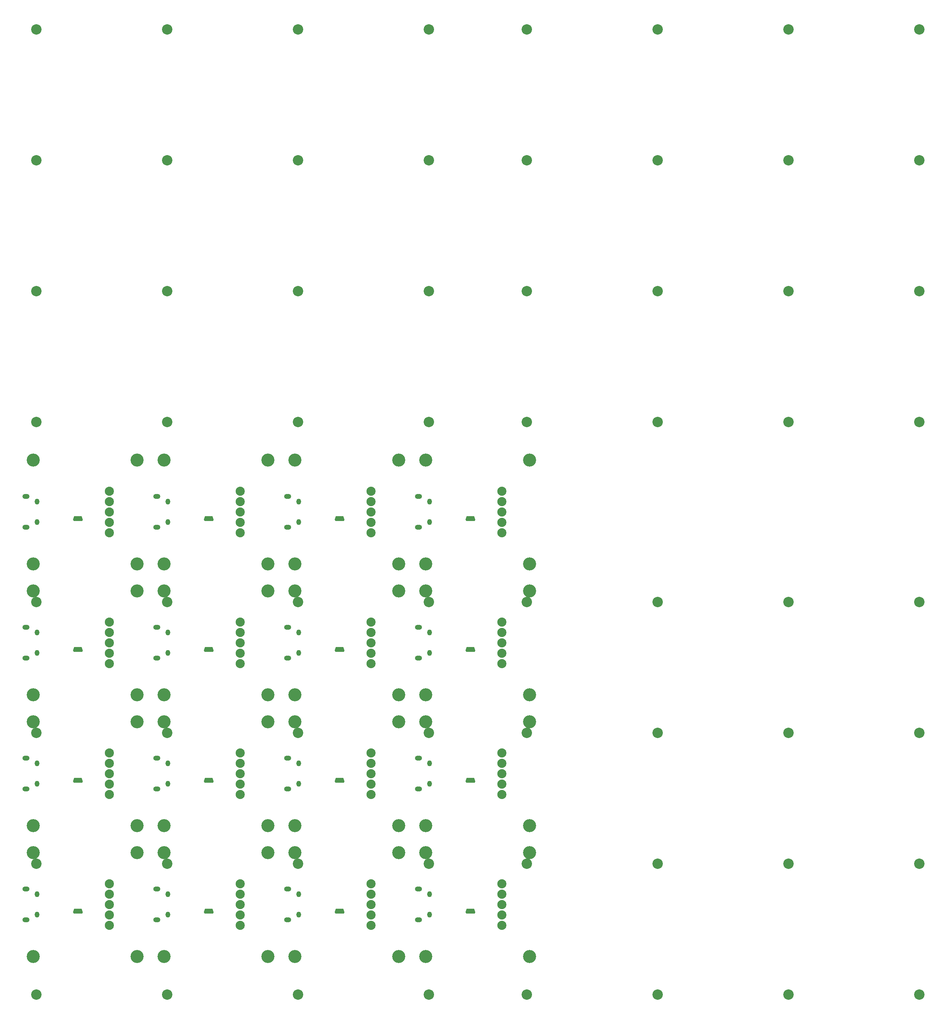
<source format=gbs>
G04 DipTrace 2.3.1.0*
%INinterface_BottomMask.gbs*%
%MOIN*%
%ADD31C,0.1*%
%ADD32C,0.126*%
%ADD40C,0.0879*%
%ADD46O,0.0689X0.0472*%
%ADD48O,0.0453X0.0571*%
%FSLAX44Y44*%
G04*
G70*
G90*
G75*
G01*
%LNBotMask*%
%LPD*%
D31*
X5512Y1575D3*
X52756D3*
Y56693D3*
X5512D3*
D48*
X5600Y11221D3*
Y9253D3*
D46*
X4537Y11713D3*
Y8761D3*
D40*
X12562Y12237D3*
Y11237D3*
Y10237D3*
Y9237D3*
Y8237D3*
G36*
X10002Y9507D2*
X9882Y9827D1*
X9162D1*
X9042Y9507D1*
X9122Y9347D1*
X9962D1*
D1*
X10002Y9507D1*
G37*
D32*
X15237Y15237D3*
X5237D3*
Y5237D3*
X15237D3*
D31*
X18112Y1575D3*
X65356D3*
Y56693D3*
X18112D3*
D48*
X18200Y11221D3*
Y9253D3*
D46*
X17137Y11713D3*
Y8761D3*
D40*
X25162Y12237D3*
Y11237D3*
Y10237D3*
Y9237D3*
Y8237D3*
G36*
X22602Y9507D2*
X22482Y9827D1*
X21762D1*
X21642Y9507D1*
X21722Y9347D1*
X22562D1*
D1*
X22602Y9507D1*
G37*
D32*
X27837Y15237D3*
X17837D3*
Y5237D3*
X27837D3*
D31*
X30712Y1575D3*
X77956D3*
Y56693D3*
X30712D3*
D48*
X30800Y11221D3*
Y9253D3*
D46*
X29737Y11713D3*
Y8761D3*
D40*
X37762Y12237D3*
Y11237D3*
Y10237D3*
Y9237D3*
Y8237D3*
G36*
X35202Y9507D2*
X35082Y9827D1*
X34362D1*
X34242Y9507D1*
X34322Y9347D1*
X35162D1*
D1*
X35202Y9507D1*
G37*
D32*
X40437Y15237D3*
X30437D3*
Y5237D3*
X40437D3*
D31*
X43312Y1575D3*
X90556D3*
Y56693D3*
X43312D3*
D48*
X43400Y11221D3*
Y9253D3*
D46*
X42337Y11713D3*
Y8761D3*
D40*
X50362Y12237D3*
Y11237D3*
Y10237D3*
Y9237D3*
Y8237D3*
G36*
X47802Y9507D2*
X47682Y9827D1*
X46962D1*
X46842Y9507D1*
X46922Y9347D1*
X47762D1*
D1*
X47802Y9507D1*
G37*
D32*
X53037Y15237D3*
X43037D3*
Y5237D3*
X53037D3*
D31*
X5512Y14175D3*
X52756D3*
Y69293D3*
X5512D3*
D48*
X5600Y23821D3*
Y21853D3*
D46*
X4537Y24313D3*
Y21361D3*
D40*
X12562Y24837D3*
Y23837D3*
Y22837D3*
Y21837D3*
Y20837D3*
G36*
X10002Y22107D2*
X9882Y22427D1*
X9162D1*
X9042Y22107D1*
X9122Y21947D1*
X9962D1*
D1*
X10002Y22107D1*
G37*
D32*
X15237Y27837D3*
X5237D3*
Y17837D3*
X15237D3*
D31*
X18112Y14175D3*
X65356D3*
Y69293D3*
X18112D3*
D48*
X18200Y23821D3*
Y21853D3*
D46*
X17137Y24313D3*
Y21361D3*
D40*
X25162Y24837D3*
Y23837D3*
Y22837D3*
Y21837D3*
Y20837D3*
G36*
X22602Y22107D2*
X22482Y22427D1*
X21762D1*
X21642Y22107D1*
X21722Y21947D1*
X22562D1*
D1*
X22602Y22107D1*
G37*
D32*
X27837Y27837D3*
X17837D3*
Y17837D3*
X27837D3*
D31*
X30712Y14175D3*
X77956D3*
Y69293D3*
X30712D3*
D48*
X30800Y23821D3*
Y21853D3*
D46*
X29737Y24313D3*
Y21361D3*
D40*
X37762Y24837D3*
Y23837D3*
Y22837D3*
Y21837D3*
Y20837D3*
G36*
X35202Y22107D2*
X35082Y22427D1*
X34362D1*
X34242Y22107D1*
X34322Y21947D1*
X35162D1*
D1*
X35202Y22107D1*
G37*
D32*
X40437Y27837D3*
X30437D3*
Y17837D3*
X40437D3*
D31*
X43312Y14175D3*
X90556D3*
Y69293D3*
X43312D3*
D48*
X43400Y23821D3*
Y21853D3*
D46*
X42337Y24313D3*
Y21361D3*
D40*
X50362Y24837D3*
Y23837D3*
Y22837D3*
Y21837D3*
Y20837D3*
G36*
X47802Y22107D2*
X47682Y22427D1*
X46962D1*
X46842Y22107D1*
X46922Y21947D1*
X47762D1*
D1*
X47802Y22107D1*
G37*
D32*
X53037Y27837D3*
X43037D3*
Y17837D3*
X53037D3*
D31*
X5512Y26775D3*
X52756D3*
Y81893D3*
X5512D3*
D48*
X5600Y36421D3*
Y34453D3*
D46*
X4537Y36913D3*
Y33961D3*
D40*
X12562Y37437D3*
Y36437D3*
Y35437D3*
Y34437D3*
Y33437D3*
G36*
X10002Y34707D2*
X9882Y35027D1*
X9162D1*
X9042Y34707D1*
X9122Y34547D1*
X9962D1*
D1*
X10002Y34707D1*
G37*
D32*
X15237Y40437D3*
X5237D3*
Y30437D3*
X15237D3*
D31*
X18112Y26775D3*
X65356D3*
Y81893D3*
X18112D3*
D48*
X18200Y36421D3*
Y34453D3*
D46*
X17137Y36913D3*
Y33961D3*
D40*
X25162Y37437D3*
Y36437D3*
Y35437D3*
Y34437D3*
Y33437D3*
G36*
X22602Y34707D2*
X22482Y35027D1*
X21762D1*
X21642Y34707D1*
X21722Y34547D1*
X22562D1*
D1*
X22602Y34707D1*
G37*
D32*
X27837Y40437D3*
X17837D3*
Y30437D3*
X27837D3*
D31*
X30712Y26775D3*
X77956D3*
Y81893D3*
X30712D3*
D48*
X30800Y36421D3*
Y34453D3*
D46*
X29737Y36913D3*
Y33961D3*
D40*
X37762Y37437D3*
Y36437D3*
Y35437D3*
Y34437D3*
Y33437D3*
G36*
X35202Y34707D2*
X35082Y35027D1*
X34362D1*
X34242Y34707D1*
X34322Y34547D1*
X35162D1*
D1*
X35202Y34707D1*
G37*
D32*
X40437Y40437D3*
X30437D3*
Y30437D3*
X40437D3*
D31*
X43312Y26775D3*
X90556D3*
Y81893D3*
X43312D3*
D48*
X43400Y36421D3*
Y34453D3*
D46*
X42337Y36913D3*
Y33961D3*
D40*
X50362Y37437D3*
Y36437D3*
Y35437D3*
Y34437D3*
Y33437D3*
G36*
X47802Y34707D2*
X47682Y35027D1*
X46962D1*
X46842Y34707D1*
X46922Y34547D1*
X47762D1*
D1*
X47802Y34707D1*
G37*
D32*
X53037Y40437D3*
X43037D3*
Y30437D3*
X53037D3*
D31*
X5512Y39375D3*
X52756D3*
Y94493D3*
X5512D3*
D48*
X5600Y49021D3*
Y47053D3*
D46*
X4537Y49513D3*
Y46561D3*
D40*
X12562Y50037D3*
Y49037D3*
Y48037D3*
Y47037D3*
Y46037D3*
G36*
X10002Y47307D2*
X9882Y47627D1*
X9162D1*
X9042Y47307D1*
X9122Y47147D1*
X9962D1*
D1*
X10002Y47307D1*
G37*
D32*
X15237Y53037D3*
X5237D3*
Y43037D3*
X15237D3*
D31*
X18112Y39375D3*
X65356D3*
Y94493D3*
X18112D3*
D48*
X18200Y49021D3*
Y47053D3*
D46*
X17137Y49513D3*
Y46561D3*
D40*
X25162Y50037D3*
Y49037D3*
Y48037D3*
Y47037D3*
Y46037D3*
G36*
X22602Y47307D2*
X22482Y47627D1*
X21762D1*
X21642Y47307D1*
X21722Y47147D1*
X22562D1*
D1*
X22602Y47307D1*
G37*
D32*
X27837Y53037D3*
X17837D3*
Y43037D3*
X27837D3*
D31*
X30712Y39375D3*
X77956D3*
Y94493D3*
X30712D3*
D48*
X30800Y49021D3*
Y47053D3*
D46*
X29737Y49513D3*
Y46561D3*
D40*
X37762Y50037D3*
Y49037D3*
Y48037D3*
Y47037D3*
Y46037D3*
G36*
X35202Y47307D2*
X35082Y47627D1*
X34362D1*
X34242Y47307D1*
X34322Y47147D1*
X35162D1*
D1*
X35202Y47307D1*
G37*
D32*
X40437Y53037D3*
X30437D3*
Y43037D3*
X40437D3*
D31*
X43312Y39375D3*
X90556D3*
Y94493D3*
X43312D3*
D48*
X43400Y49021D3*
Y47053D3*
D46*
X42337Y49513D3*
Y46561D3*
D40*
X50362Y50037D3*
Y49037D3*
Y48037D3*
Y47037D3*
Y46037D3*
G36*
X47802Y47307D2*
X47682Y47627D1*
X46962D1*
X46842Y47307D1*
X46922Y47147D1*
X47762D1*
D1*
X47802Y47307D1*
G37*
D32*
X53037Y53037D3*
X43037D3*
Y43037D3*
X53037D3*
M02*

</source>
